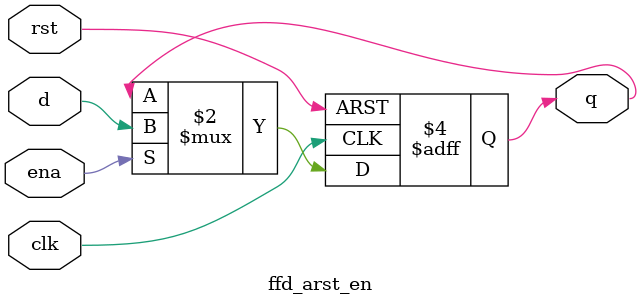
<source format=v>
/*------------------------------------------------------------------------
---- Module:  ffd_arst_en                                             ----
---- Description: simple flip-flop D with asynchronous reset and      ----
----     enable                                                       ----
---- Author/s:  Martín A. Heredia                                     ----
---- Last revision: Sep. 2023                                         ----
---- Dependencies:  None                                              ----
------------------------------------------------------------------------*/

module ffd_arst_en
(
    input  wire clk,
    input  wire   d,
    input  wire rst,
    input  wire ena,
    output reg    q
);

always @ (posedge clk, posedge rst)
begin
    if(rst)
        q <= 1'b0;
    else if(ena)
        q <= d;
end

endmodule
</source>
